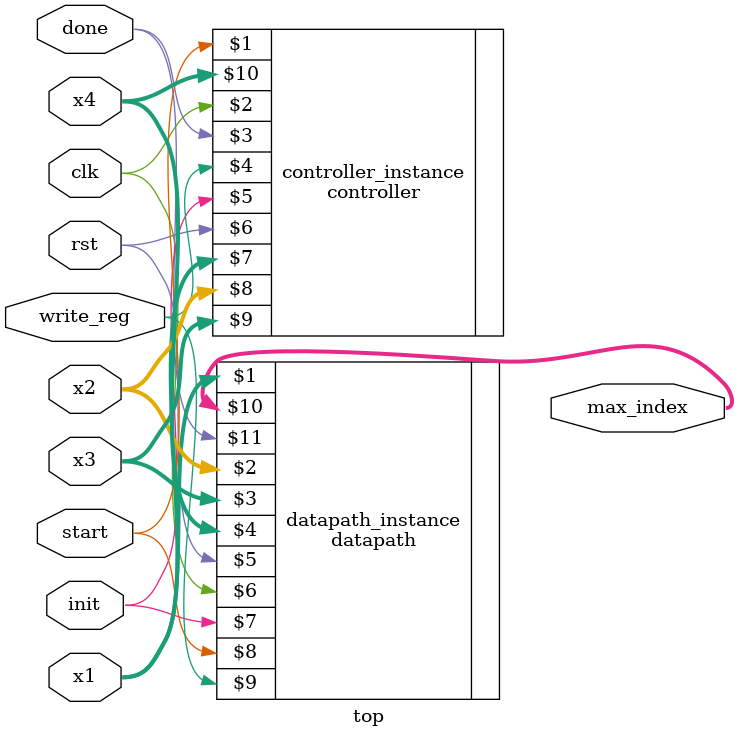
<source format=v>
`include "controller.v"
`include "datapath.v"

module top(input [31:0] x1, x2, x3, x4 , 
           input clk, rst, init, start, done, write_reg,
           output [15:0] max_index);

        controller controller_instance
        (start, clk, done, write_reg, init, rst, x1, x2, x3, x4);

        datapath datapath_instance(x1, x2, x3, x4,
        rst, clk, init, start , write_reg ,
        max_index, done);

endmodule
</source>
